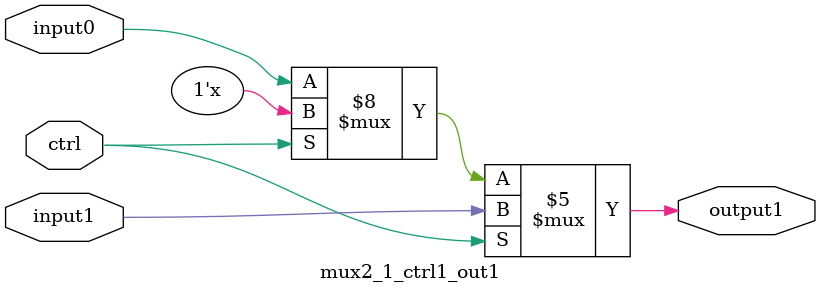
<source format=v>

`timescale 1ns / 1ns

module mux2_1_ctrl1_out1(output1, input0, input1, ctrl);

//-------------Input Ports-----------------------------
input wire ctrl;		
input wire input0;	//input at 0
input wire input1;	//unput at 1

//-------------Output Ports----------------------------

output reg output1; 	

//------------------Instructions-----------------------
always @(input0&&input1)
	begin
		if (ctrl == 0)
			output1 = input0;
		if (ctrl == 1)
			output1 = input1;
	end
endmodule
</source>
